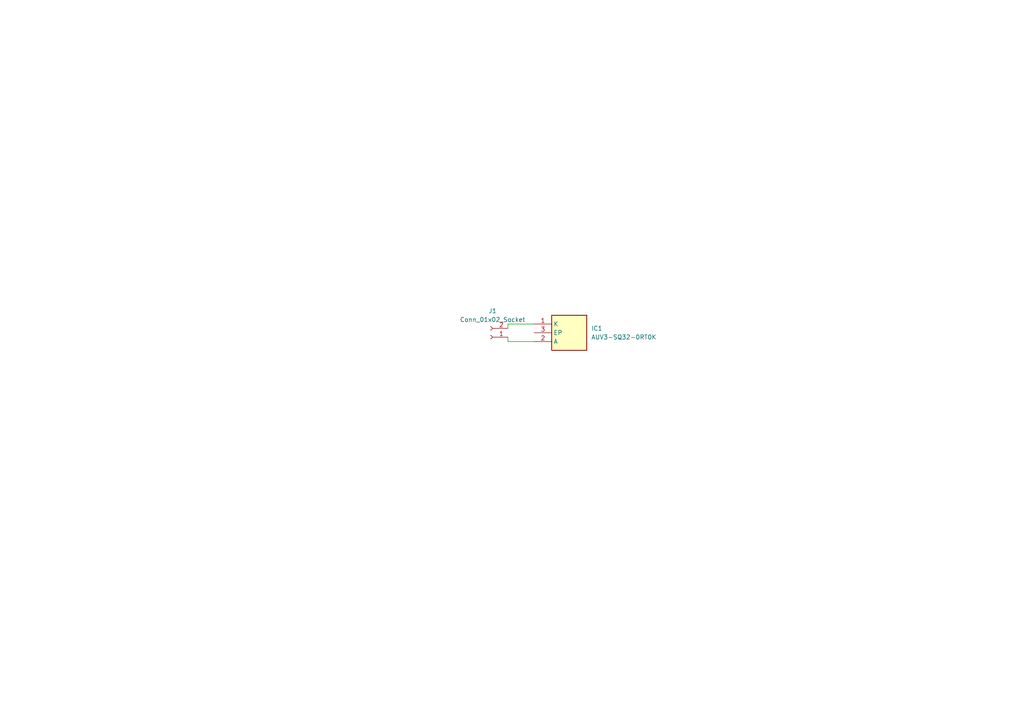
<source format=kicad_sch>
(kicad_sch (version 20231120) (generator "eeschema") (generator_version "8.0")
  (paper "A4")
  (lib_symbols
    (symbol "6_wave_stimulator:AUV3-SQ32-0RT0K"
      (property "Reference" "IC" (at 16.51 7.62 0))
      (property "Value" "AUV3-SQ32-0RT0K" (at 16.51 5.08 0))
      (symbol "AUV3-SQ32-0RT0K_1_1"
        (rectangle (start 5.08 2.54) (end 15.24 -7.62) (stroke (width 0.254)) (fill (type background)))
        (pin passive line (at 0 0 0) (length 5.08) (name "K") (number "1"))
        (pin passive line (at 0 -5.08 0) (length 5.08) (name "A") (number "2"))
        (pin passive line (at 0 -2.54 0) (length 5.08) (name "EP") (number "3"))
      )
    )
    (symbol "Connector:Conn_01x02_Socket" (pin_names (offset 1.016) hide)
      (property "Reference" "J" (at 0 2.54 0))
      (property "Value" "Conn_01x02_Socket" (at 0 -5.08 0))
      (symbol "Conn_01x02_Socket_1_1"
        (arc (start 0 -2.032) (mid -0.5058 -2.54) (end 0 -3.048) (stroke (width 0.1524)))
        (polyline (pts (xy -1.27 -2.54) (xy -0.508 -2.54)) (stroke (width 0.1524)))
        (polyline (pts (xy -1.27 0) (xy -0.508 0)) (stroke (width 0.1524)))
        (arc (start 0 0.508) (mid -0.5058 0) (end 0 -0.508) (stroke (width 0.1524)))
        (pin passive line (at -5.08 0 0) (length 3.81) (name "Pin_1") (number "1"))
        (pin passive line (at -5.08 -2.54 0) (length 3.81) (name "Pin_2") (number "2"))
      )
    )
  )
  (wire (pts (xy 147.32 97.79) (xy 147.32 99.06)))
  (wire (pts (xy 147.32 95.25) (xy 147.32 93.98)))
  (wire (pts (xy 147.32 99.06) (xy 154.94 99.06)))
  (wire (pts (xy 147.32 93.98) (xy 154.94 93.98)))
  (symbol (lib_id "Connector:Conn_01x02_Socket") (at 142.24 97.79 180) (unit 1)
    (property "Reference" "J1" (at 142.875 90.17 0))
    (property "Value" "Conn_01x02_Socket" (at 142.875 92.71 0))
    (property "Footprint" "Connector_JST:JST_XH_B2B-XH-A_1x02_P2.50mm_Vertical" (effects (hide yes)))
    (property "Description" "Generic connector, single row, 01x02, script generated" (effects (hide yes)))
  )
  (symbol (lib_id "6_wave_stimulator:AUV3-SQ32-0RT0K") (at 154.94 93.98 0) (unit 1)
    (property "Reference" "IC1" (at 171.45 95.2499 0) (effects (justify left)))
    (property "Value" "AUV3-SQ32-0RT0K" (at 171.45 97.7899 0) (effects (justify left)))
    (property "Footprint" "6_wave_stimulator:AUV3SQ320RT0K" (effects (hide yes)))
    (property "Datasheet" "https://docs.broadcom.com/doc/AUV3-Sxx2-0xx0K-3W-3535-SMT-UV-LED-DS" (effects (hide yes)))
    (property "Description" "High Power LEDs - Single Colour 3W 3535, 35deg, 365nm" (effects (hide yes)))
    (property "Height" "3.25" (effects (hide yes)))
    (property "Mouser Part Number" "630-AUV3-SQ32-0RT0K" (effects (hide yes)))
    (property "Mouser Price/Stock" "https://www.mouser.co.uk/ProductDetail/Broadcom-Avago/AUV3-SQ32-0RT0K?qs=T94vaHKWudTB4UL7ek5Qww%3D%3D" (effects (hide yes)))
    (property "Manufacturer_Name" "Avago Technologies" (effects (hide yes)))
    (property "Manufacturer_Part_Number" "AUV3-SQ32-0RT0K" (effects (hide yes)))
  )
)
</source>
